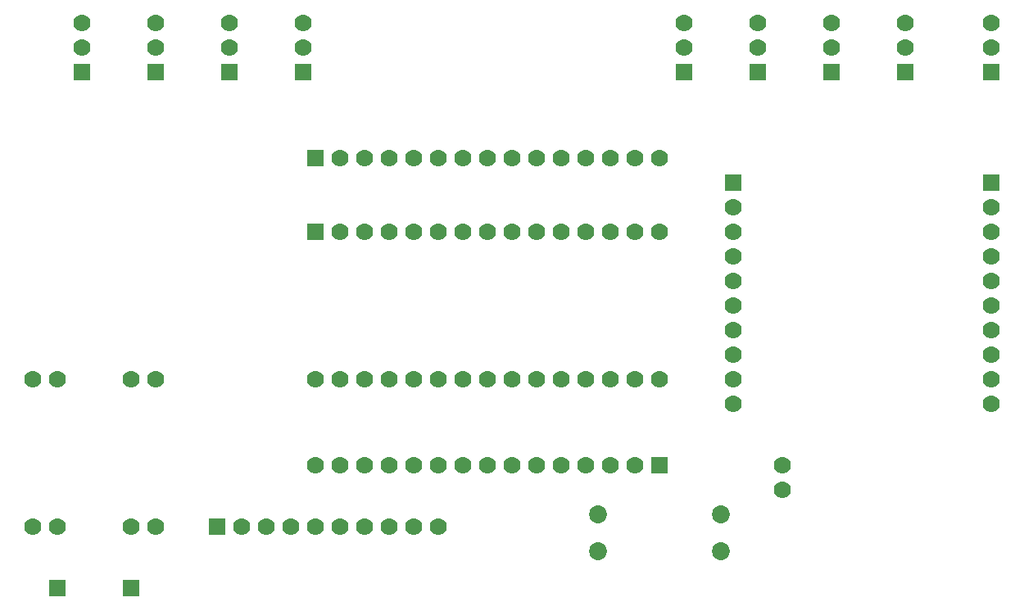
<source format=gbr>
%FSLAX23Y23*%
%MOIN*%
G04 EasyPC Gerber Version 17.0 Build 3379 *
%ADD70R,0.07000X0.07000*%
%ADD21R,0.07000X0.07000*%
%ADD71C,0.07000*%
%ADD20C,0.07299*%
X0Y0D02*
D02*
D70*
X453Y2303D03*
X753D03*
X1002Y453D03*
X1053Y2303D03*
X1353D03*
X1403Y1653D03*
Y1953D03*
X2803Y703D03*
X2903Y2303D03*
X3103Y1853D03*
X3203Y2303D03*
X3503D03*
X3803D03*
X4153Y1853D03*
Y2303D03*
D02*
D71*
X253Y453D03*
Y1053D03*
X353Y453D03*
Y1053D03*
X453Y2403D03*
Y2503D03*
X653Y453D03*
Y1053D03*
X753Y453D03*
Y1053D03*
Y2403D03*
Y2503D03*
X1053Y2403D03*
Y2503D03*
X1103Y453D03*
X1202D03*
X1303D03*
X1353Y2403D03*
Y2503D03*
X1403Y453D03*
Y703D03*
Y1053D03*
X1503Y453D03*
Y703D03*
Y1053D03*
Y1653D03*
Y1953D03*
X1603Y453D03*
Y703D03*
Y1053D03*
Y1653D03*
Y1953D03*
X1703Y453D03*
Y703D03*
Y1053D03*
Y1653D03*
Y1953D03*
X1803Y453D03*
Y703D03*
Y1053D03*
Y1653D03*
Y1953D03*
X1903Y453D03*
Y703D03*
Y1053D03*
Y1653D03*
Y1953D03*
X2003Y703D03*
Y1053D03*
Y1653D03*
Y1953D03*
X2103Y703D03*
Y1053D03*
Y1653D03*
Y1953D03*
X2203Y703D03*
Y1053D03*
Y1653D03*
Y1953D03*
X2303Y703D03*
Y1053D03*
Y1653D03*
Y1953D03*
X2403Y703D03*
Y1053D03*
Y1653D03*
Y1953D03*
X2503Y703D03*
Y1053D03*
Y1653D03*
Y1953D03*
X2603Y703D03*
Y1053D03*
Y1653D03*
Y1953D03*
X2703Y703D03*
Y1053D03*
Y1653D03*
Y1953D03*
X2803Y1053D03*
Y1653D03*
Y1953D03*
X2903Y2403D03*
Y2503D03*
X3103Y953D03*
Y1053D03*
Y1153D03*
Y1252D03*
Y1353D03*
Y1453D03*
Y1553D03*
Y1653D03*
Y1753D03*
X3203Y2403D03*
Y2503D03*
X3303Y603D03*
Y703D03*
X3503Y2403D03*
Y2503D03*
X3803Y2403D03*
Y2503D03*
X4153Y953D03*
Y1053D03*
Y1153D03*
Y1252D03*
Y1353D03*
Y1453D03*
Y1553D03*
Y1653D03*
Y1753D03*
Y2403D03*
Y2503D03*
D02*
D20*
X2553Y353D03*
Y502D03*
X3053Y353D03*
Y502D03*
D02*
D21*
X353Y203D03*
X653D03*
X0Y0D02*
M02*

</source>
